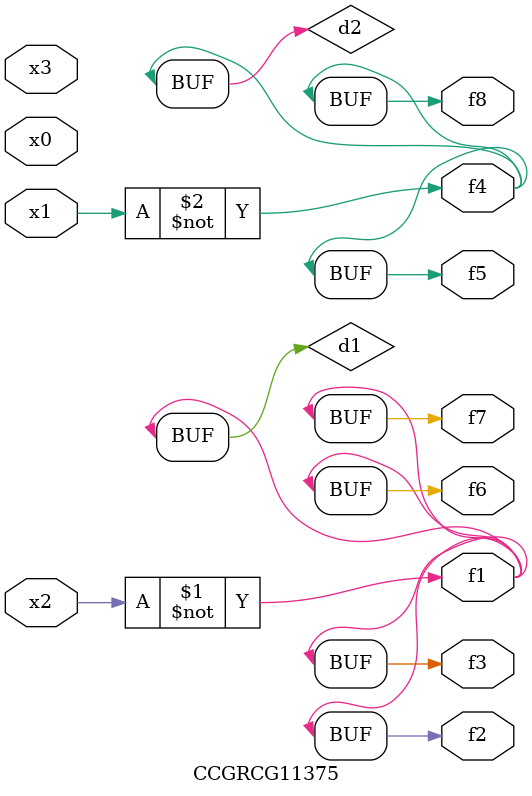
<source format=v>
module CCGRCG11375(
	input x0, x1, x2, x3,
	output f1, f2, f3, f4, f5, f6, f7, f8
);

	wire d1, d2;

	xnor (d1, x2);
	not (d2, x1);
	assign f1 = d1;
	assign f2 = d1;
	assign f3 = d1;
	assign f4 = d2;
	assign f5 = d2;
	assign f6 = d1;
	assign f7 = d1;
	assign f8 = d2;
endmodule

</source>
